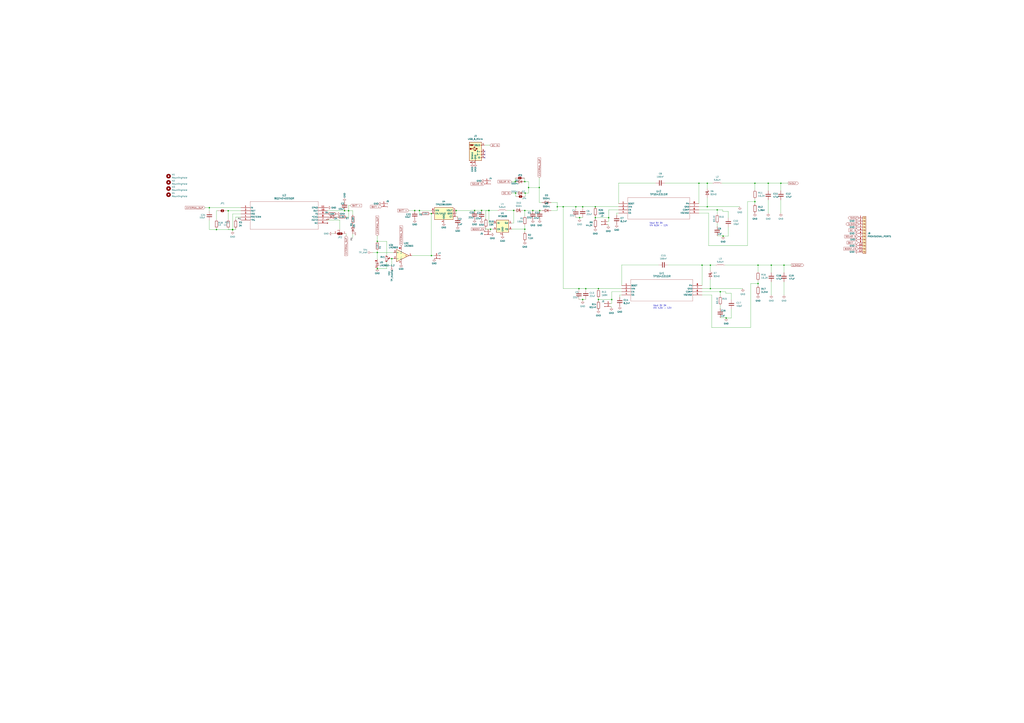
<source format=kicad_sch>
(kicad_sch (version 20231120) (generator "eeschema") (generator_version "8.0")
  (paper "A1")
  (title_block (title "IOT UPS") (rev "1"))
  (junction (at 596.3937 261.366))
  (junction (at 423.418 158.6861))
  (junction (at 191.008 188.6975))
  (junction (at 171.958 170.688))
  (junction (at 580.898 169.926))
  (junction (at 431.038 188.4041))
  (junction (at 443.23 172.974))
  (junction (at 478.536 246.126))
  (junction (at 580.898 150.622))
  (junction (at 462.534 169.926))
  (junction (at 457.708 169.926))
  (junction (at 402.844 188.4041))
  (junction (at 187.452 173.228))
  (junction (at 472.948 169.926))
  (junction (at 431.038 149.2881))
  (junction (at 576.58 217.932))
  (junction (at 622.554 217.932))
  (junction (at 431.292 158.6861))
  (junction (at 282.956 173.228))
  (junction (at 633.476 217.932))
  (junction (at 478.536 169.926))
  (junction (at 591.566 239.776))
  (junction (at 491.49 246.1983))
  (junction (at 434.086 154.1141))
  (junction (at 481.076 237.236))
  (junction (at 309.88 198.374))
  (junction (at 191.008 188.7596))
  (junction (at 321.818 212.598))
  (junction (at 488.95 169.926))
  (junction (at 423.164 149.2881))
  (junction (at 641.35 150.622))
  (junction (at 583.438 217.932))
  (junction (at 589.026 172.466))
  (junction (at 374.65 172.9899))
  (junction (at 344.4871 172.974))
  (junction (at 437.642 172.974))
  (junction (at 583.438 237.236))
  (junction (at 475.488 237.236))
  (junction (at 622.554 233.0306))
  (junction (at 340.614 172.974))
  (junction (at 286.258 173.228))
  (junction (at 620.014 165.7206))
  (junction (at 502.412 246.1983))
  (junction (at 395.478 172.9101))
  (junction (at 491.49 237.236))
  (junction (at 574.04 150.622))
  (junction (at 401.574 172.9101))
  (junction (at 309.88 220.726))
  (junction (at 354.33 210.058))
  (junction (at 499.872 178.8883))
  (junction (at 421.894 172.9101))
  (junction (at 442.9096 154.1141))
  (junction (at 630.936 150.622))
  (junction (at 354.33 175.514))
  (junction (at 593.8537 194.056))
  (junction (at 389.7594 172.9101))
  (junction (at 401.574 172.9677))
  (junction (at 309.88 207.518))
  (junction (at 177.8 188.7038))
  (junction (at 191.008 188.7038))
  (junction (at 431.038 172.974))
  (junction (at 620.014 150.622))
  (junction (at 475.996 178.816))
  (junction (at 488.95 178.8883))
  (junction (at 643.89 217.932))
  (no_connect (at 398.018 127))
  (no_connect (at 398.018 129.54))
  (no_connect (at 398.018 124.46))
  (wire (pts (xy 596.3937 261.112) (xy 596.3937 261.366)))
  (wire (pts (xy 501.396 251.968) (xy 502.158 251.968)))
  (wire (pts (xy 478.536 178.816) (xy 478.536 178.562)))
  (wire (pts (xy 395.478 173.228) (xy 395.478 172.9101)))
  (wire (pts (xy 510.54 242.316) (xy 509.016 242.316)))
  (wire (pts (xy 442.9096 166.37) (xy 442.9096 154.1141)))
  (wire (pts (xy 399.034 179.578) (xy 399.034 172.9677)))
  (wire (pts (xy 600.71 254) (xy 600.71 261.366)))
  (wire (pts (xy 389.7594 172.9101) (xy 395.478 172.9101)))
  (wire (pts (xy 420.37 183.3241) (xy 421.894 183.3241)))
  (wire (pts (xy 499.872 172.466) (xy 499.872 178.8883)))
  (wire (pts (xy 402.844 188.4041) (xy 405.13 188.4041)))
  (wire (pts (xy 340.614 172.974) (xy 344.4871 172.974)))
  (wire (pts (xy 323.088 207.518) (xy 309.88 207.518)))
  (wire (pts (xy 431.292 161.544) (xy 431.292 158.6861)))
  (wire (pts (xy 499.872 178.8883) (xy 488.95 178.8883)))
  (wire (pts (xy 491.49 237.236) (xy 510.54 237.236)))
  (wire (pts (xy 589.026 172.466) (xy 593.5233 172.466)))
  (wire (pts (xy 171.958 181.102) (xy 171.958 188.7038)))
  (wire (pts (xy 386.588 172.9101) (xy 389.7594 172.9101)))
  (wire (pts (xy 309.88 193.802) (xy 309.88 198.374)))
  (wire (pts (xy 434.086 154.1141) (xy 434.086 158.6861)))
  (wire (pts (xy 374.65 172.9899) (xy 374.65 175.514)))
  (wire (pts (xy 168.402 170.688) (xy 171.958 170.688)))
  (wire (pts (xy 613.918 201.93) (xy 613.918 165.7206)))
  (wire (pts (xy 321.818 218.44) (xy 321.818 212.598)))
  (wire (pts (xy 583.438 229.87) (xy 583.438 237.236)))
  (wire (pts (xy 584.454 269.24) (xy 616.458 269.24)))
  (wire (pts (xy 321.818 212.598) (xy 323.088 212.598)))
  (wire (pts (xy 423.672 158.6861) (xy 423.418 158.6861)))
  (wire (pts (xy 284.734 178.308) (xy 286.258 178.308)))
  (wire (pts (xy 273.05 192.024) (xy 274.066 192.024)))
  (wire (pts (xy 508 150.368) (xy 538.48 150.368)))
  (wire (pts (xy 344.4871 172.974) (xy 354.33 172.974)))
  (wire (pts (xy 491.49 246.1983) (xy 491.49 247.142)))
  (wire (pts (xy 598.17 186.69) (xy 598.17 194.056)))
  (wire (pts (xy 421.894 183.3241) (xy 421.894 172.9101)))
  (wire (pts (xy 284.226 192.024) (xy 284.226 193.802)))
  (wire (pts (xy 386.588 172.9899) (xy 386.588 172.9101)))
  (wire (pts (xy 177.8 180.34) (xy 177.8 173.228)))
  (wire (pts (xy 286.258 178.308) (xy 286.258 173.228)))
  (wire (pts (xy 576.58 242.316) (xy 584.454 242.316)))
  (wire (pts (xy 353.314 175.514) (xy 354.33 175.514)))
  (wire (pts (xy 423.164 146.304) (xy 423.164 149.2881)))
  (wire (pts (xy 584.454 242.316) (xy 584.454 269.24)))
  (wire (pts (xy 591.566 250.952) (xy 591.566 253.492)))
  (wire (pts (xy 279.146 188.214) (xy 279.146 180.848)))
  (wire (pts (xy 171.958 170.688) (xy 197.866 170.688)))
  (wire (pts (xy 306.324 207.518) (xy 309.88 207.518)))
  (wire (pts (xy 574.04 172.466) (xy 589.026 172.466)))
  (wire (pts (xy 641.35 164.338) (xy 641.35 175.26)))
  (wire (pts (xy 510.54 217.678) (xy 541.02 217.678)))
  (wire (pts (xy 596.392 261.366) (xy 596.3937 261.366)))
  (wire (pts (xy 593.852 194.056) (xy 593.8537 194.056)))
  (wire (pts (xy 191.008 188.6975) (xy 191.008 188.7038)))
  (wire (pts (xy 508 175.006) (xy 506.476 175.006)))
  (wire (pts (xy 491.49 245.11) (xy 491.49 246.1983)))
  (wire (pts (xy 481.076 246.126) (xy 481.076 245.872)))
  (wire (pts (xy 402.844 190.246) (xy 402.844 188.4041)))
  (wire (pts (xy 443.23 172.974) (xy 445.008 172.974)))
  (wire (pts (xy 593.8537 194.056) (xy 598.17 194.056)))
  (wire (pts (xy 282.956 173.228) (xy 286.258 173.228)))
  (wire (pts (xy 276.606 178.308) (xy 277.114 178.308)))
  (wire (pts (xy 191.008 188.6975) (xy 193.548 188.6975)))
  (wire (pts (xy 596.0633 239.776) (xy 596.0633 241.046)))
  (wire (pts (xy 431.038 172.974) (xy 431.038 177.4821)))
  (wire (pts (xy 191.008 188.7038) (xy 191.008 188.7596)))
  (wire (pts (xy 472.948 178.816) (xy 475.996 178.816)))
  (wire (pts (xy 576.58 217.678) (xy 576.58 217.932)))
  (wire (pts (xy 401.574 183.3241) (xy 401.574 172.9677)))
  (wire (pts (xy 317.754 198.374) (xy 309.88 198.374)))
  (wire (pts (xy 580.898 162.56) (xy 580.898 169.926)))
  (wire (pts (xy 457.708 169.926) (xy 462.534 169.926)))
  (wire (pts (xy 598.17 179.07) (xy 598.17 173.736)))
  (wire (pts (xy 580.898 169.926) (xy 607.568 169.926)))
  (wire (pts (xy 502.412 249.428) (xy 502.412 246.1983)))
  (wire (pts (xy 430.784 149.2881) (xy 431.038 149.2881)))
  (wire (pts (xy 434.086 154.1141) (xy 442.9096 154.1141)))
  (wire (pts (xy 374.65 172.9899) (xy 386.588 172.9899)))
  (wire (pts (xy 354.33 210.058) (xy 356.6106 210.058)))
  (wire (pts (xy 395.478 172.9101) (xy 401.574 172.9101)))
  (wire (pts (xy 462.534 169.926) (xy 472.948 169.926)))
  (wire (pts (xy 317.754 210.058) (xy 317.754 198.374)))
  (wire (pts (xy 502.412 246.1983) (xy 491.49 246.1983)))
  (wire (pts (xy 574.04 150.622) (xy 574.04 167.386)))
  (wire (pts (xy 576.58 217.932) (xy 583.438 217.932)))
  (wire (pts (xy 622.554 233.0306) (xy 622.554 234.95)))
  (wire (pts (xy 589.026 172.466) (xy 589.026 176.022)))
  (wire (pts (xy 580.898 150.622) (xy 585.216 150.622)))
  (wire (pts (xy 478.536 246.126) (xy 481.076 246.126)))
  (wire (pts (xy 475.488 237.236) (xy 475.488 238.506)))
  (wire (pts (xy 191.008 188.7596) (xy 191.008 189.992)))
  (wire (pts (xy 583.438 222.25) (xy 583.438 217.932)))
  (wire (pts (xy 375.92 178.054) (xy 375.92 178.308)))
  (wire (pts (xy 197.866 175.768) (xy 191.008 175.768)))
  (wire (pts (xy 420.37 188.4041) (xy 431.038 188.4041)))
  (wire (pts (xy 286.258 168.91) (xy 286.258 173.228)))
  (wire (pts (xy 583.438 237.236) (xy 576.58 237.236)))
  (wire (pts (xy 591.566 261.112) (xy 596.3937 261.112)))
  (wire (pts (xy 498.856 184.658) (xy 499.618 184.658)))
  (wire (pts (xy 431.038 172.974) (xy 437.642 172.974)))
  (wire (pts (xy 499.872 182.118) (xy 499.872 178.8883)))
  (wire (pts (xy 452.628 166.37) (xy 457.708 166.37)))
  (wire (pts (xy 643.89 224.028) (xy 643.89 217.932)))
  (wire (pts (xy 431.038 188.4041) (xy 431.038 190.6901)))
  (wire (pts (xy 193.548 178.308) (xy 193.548 180.34)))
  (wire (pts (xy 580.898 169.926) (xy 574.04 169.926)))
  (wire (pts (xy 429.514 172.9101) (xy 431.038 172.9101)))
  (wire (pts (xy 289.814 184.658) (xy 289.814 184.15)))
  (wire (pts (xy 399.034 187.198) (xy 399.034 188.4041)))
  (wire (pts (xy 622.554 223.266) (xy 622.554 217.932)))
  (wire (pts (xy 598.17 173.736) (xy 593.5233 173.736)))
  (wire (pts (xy 475.996 179.832) (xy 475.996 178.816)))
  (wire (pts (xy 187.452 187.96) (xy 187.452 188.7596)))
  (wire (pts (xy 431.038 158.6861) (xy 431.292 158.6861)))
  (wire (pts (xy 431.038 185.1021) (xy 431.038 188.4041)))
  (wire (pts (xy 620.014 155.956) (xy 620.014 150.622)))
  (wire (pts (xy 416.306 172.9101) (xy 421.894 172.9101)))
  (wire (pts (xy 289.814 173.228) (xy 289.814 176.53)))
  (wire (pts (xy 399.034 172.9677) (xy 401.574 172.9677)))
  (wire (pts (xy 546.1 150.368) (xy 574.04 150.368)))
  (wire (pts (xy 462.534 169.926) (xy 462.534 237.236)))
  (wire (pts (xy 591.566 239.776) (xy 596.0633 239.776)))
  (wire (pts (xy 574.04 150.368) (xy 574.04 150.622)))
  (wire (pts (xy 574.04 175.006) (xy 581.914 175.006)))
  (wire (pts (xy 501.396 249.428) (xy 502.412 249.428)))
  (wire (pts (xy 581.914 201.93) (xy 613.918 201.93)))
  (wire (pts (xy 434.086 149.2881) (xy 434.086 154.1141)))
  (wire (pts (xy 344.4871 175.514) (xy 344.4871 172.974)))
  (wire (pts (xy 437.642 172.974) (xy 443.23 172.974)))
  (wire (pts (xy 499.618 184.658) (xy 499.618 185.42)))
  (wire (pts (xy 633.476 217.932) (xy 643.89 217.932)))
  (wire (pts (xy 442.9096 154.1141) (xy 442.976 154.1141)))
  (wire (pts (xy 481.076 238.252) (xy 481.076 237.236)))
  (wire (pts (xy 171.958 173.482) (xy 171.958 170.688)))
  (wire (pts (xy 401.574 172.9677) (xy 401.574 172.9101)))
  (wire (pts (xy 420.116 158.6861) (xy 423.418 158.6861)))
  (wire (pts (xy 309.88 207.518) (xy 309.88 213.106)))
  (wire (pts (xy 442.976 154.1141) (xy 442.976 146.05)))
  (wire (pts (xy 472.948 169.926) (xy 472.948 171.196)))
  (wire (pts (xy 171.958 188.7038) (xy 177.8 188.7038)))
  (wire (pts (xy 583.438 217.932) (xy 587.756 217.932)))
  (wire (pts (xy 633.476 231.648) (xy 633.476 242.57)))
  (wire (pts (xy 620.014 163.576) (xy 620.014 165.7206)))
  (wire (pts (xy 475.488 237.236) (xy 481.076 237.236)))
  (wire (pts (xy 268.986 173.228) (xy 282.956 173.228)))
  (wire (pts (xy 478.536 169.926) (xy 488.95 169.926)))
  (wire (pts (xy 589.026 193.802) (xy 593.8537 193.802)))
  (wire (pts (xy 630.936 150.622) (xy 641.35 150.622)))
  (wire (pts (xy 616.458 233.0306) (xy 622.554 233.0306)))
  (wire (pts (xy 197.866 178.308) (xy 193.548 178.308)))
  (wire (pts (xy 620.014 150.622) (xy 630.936 150.622)))
  (wire (pts (xy 457.708 166.37) (xy 457.708 169.926)))
  (wire (pts (xy 317.754 215.138) (xy 317.754 220.726)))
  (wire (pts (xy 430.784 146.304) (xy 430.784 149.2881)))
  (wire (pts (xy 488.95 177.8) (xy 488.95 178.8883)))
  (wire (pts (xy 643.89 217.932) (xy 649.986 217.932)))
  (wire (pts (xy 177.8 188.7038) (xy 191.008 188.7038)))
  (wire (pts (xy 374.65 178.054) (xy 375.92 178.054)))
  (wire (pts (xy 374.65 172.974) (xy 374.65 172.9899)))
  (wire (pts (xy 420.116 149.2881) (xy 423.164 149.2881)))
  (wire (pts (xy 641.35 156.718) (xy 641.35 150.622)))
  (wire (pts (xy 423.672 161.544) (xy 423.672 158.6861)))
  (wire (pts (xy 309.88 205.994) (xy 309.88 207.518)))
  (wire (pts (xy 591.566 239.776) (xy 591.566 243.332)))
  (wire (pts (xy 335.788 172.974) (xy 340.614 172.974)))
  (wire (pts (xy 593.8537 193.802) (xy 593.8537 194.056)))
  (wire (pts (xy 457.708 172.974) (xy 457.708 169.926)))
  (wire (pts (xy 345.694 175.514) (xy 344.4871 175.514)))
  (wire (pts (xy 633.476 224.028) (xy 633.476 217.932)))
  (wire (pts (xy 401.574 172.9101) (xy 408.686 172.9101)))
  (wire (pts (xy 423.164 149.2881) (xy 423.418 149.2881)))
  (wire (pts (xy 431.038 172.9101) (xy 431.038 172.974)))
  (wire (pts (xy 478.536 247.142) (xy 478.536 246.126)))
  (wire (pts (xy 289.814 192.278) (xy 289.814 195.072)))
  (wire (pts (xy 502.412 239.776) (xy 502.412 246.1983)))
  (wire (pts (xy 338.328 210.058) (xy 354.33 210.058)))
  (wire (pts (xy 576.58 217.932) (xy 576.58 234.696)))
  (wire (pts (xy 510.54 234.696) (xy 510.54 217.678)))
  (wire (pts (xy 491.49 237.49) (xy 491.49 237.236)))
  (wire (pts (xy 287.782 168.91) (xy 286.258 168.91)))
  (wire (pts (xy 431.292 158.6861) (xy 434.086 158.6861)))
  (wire (pts (xy 593.5233 172.466) (xy 593.5233 173.736)))
  (wire (pts (xy 592.836 150.622) (xy 620.014 150.622)))
  (wire (pts (xy 478.536 170.942) (xy 478.536 169.926)))
  (wire (pts (xy 481.076 237.236) (xy 491.49 237.236)))
  (wire (pts (xy 508 167.386) (xy 508 150.368)))
  (wire (pts (xy 488.95 169.926) (xy 508 169.926)))
  (wire (pts (xy 580.898 154.94) (xy 580.898 150.622)))
  (wire (pts (xy 356.6106 210.058) (xy 356.6106 210.0678)))
  (wire (pts (xy 452.628 172.974) (xy 457.708 172.974)))
  (wire (pts (xy 402.336 119.38) (xy 398.018 119.38)))
  (wire (pts (xy 508 172.466) (xy 499.872 172.466)))
  (wire (pts (xy 186.436 173.228) (xy 187.452 173.228)))
  (wire (pts (xy 279.146 180.848) (xy 268.986 180.848)))
  (wire (pts (xy 286.258 173.228) (xy 289.814 173.228)))
  (wire (pts (xy 506.476 175.006) (xy 506.476 176.784)))
  (wire (pts (xy 596.3937 261.366) (xy 600.71 261.366)))
  (wire (pts (xy 354.33 175.514) (xy 354.33 210.058)))
  (wire (pts (xy 630.936 156.718) (xy 630.936 150.622)))
  (wire (pts (xy 177.8 187.96) (xy 177.8 188.7038)))
  (wire (pts (xy 197.866 173.228) (xy 187.452 173.228)))
  (wire (pts (xy 317.754 220.726) (xy 309.88 220.726)))
  (wire (pts (xy 574.04 150.622) (xy 580.898 150.622)))
  (wire (pts (xy 643.89 231.648) (xy 643.89 242.57)))
  (wire (pts (xy 616.458 269.24) (xy 616.458 233.0306)))
  (wire (pts (xy 399.034 188.4041) (xy 402.844 188.4041)))
  (wire (pts (xy 488.95 178.8883) (xy 488.95 179.832)))
  (wire (pts (xy 502.158 251.968) (xy 502.158 252.73)))
  (wire (pts (xy 510.54 239.776) (xy 502.412 239.776)))
  (wire (pts (xy 177.8 173.228) (xy 178.816 173.228)))
  (wire (pts (xy 187.452 173.228) (xy 187.452 180.34)))
  (wire (pts (xy 475.996 178.816) (xy 478.536 178.816)))
  (wire (pts (xy 472.948 169.926) (xy 478.536 169.926)))
  (wire (pts (xy 431.038 149.2881) (xy 434.086 149.2881)))
  (wire (pts (xy 622.554 217.932) (xy 633.476 217.932)))
  (wire (pts (xy 595.376 217.932) (xy 622.554 217.932)))
  (wire (pts (xy 583.438 237.236) (xy 610.108 237.236)))
  (wire (pts (xy 576.58 239.776) (xy 591.566 239.776)))
  (wire (pts (xy 488.95 169.926) (xy 488.95 170.18)))
  (wire (pts (xy 405.13 183.3241) (xy 401.574 183.3241)))
  (wire (pts (xy 630.936 164.338) (xy 630.936 175.26)))
  (wire (pts (xy 589.026 183.642) (xy 589.026 186.182)))
  (wire (pts (xy 498.856 182.118) (xy 499.872 182.118)))
  (wire (pts (xy 620.014 165.7206) (xy 620.014 167.64)))
  (wire (pts (xy 581.914 175.006) (xy 581.914 201.93)))
  (wire (pts (xy 509.016 242.316) (xy 509.016 244.094)))
  (wire (pts (xy 462.534 237.236) (xy 475.488 237.236)))
  (wire (pts (xy 320.294 212.598) (xy 321.818 212.598)))
  (wire (pts (xy 613.918 165.7206) (xy 620.014 165.7206)))
  (wire (pts (xy 641.35 150.622) (xy 647.446 150.622)))
  (wire (pts (xy 548.64 217.678) (xy 576.58 217.678)))
  (wire (pts (xy 191.008 175.768) (xy 191.008 188.6975)))
  (wire (pts (xy 600.71 246.38) (xy 600.71 241.046)))
  (wire (pts (xy 445.008 166.37) (xy 442.9096 166.37)))
  (wire (pts (xy 187.452 188.7596) (xy 191.008 188.7596)))
  (wire (pts (xy 475.488 246.126) (xy 478.536 246.126)))
  (wire (pts (xy 600.71 241.046) (xy 596.0633 241.046)))
  (wire (pts (xy 622.554 230.886) (xy 622.554 233.0306)))
  (wire (pts (xy 193.548 187.96) (xy 193.548 188.6975)))
  (text "Vout 3V 3A\nVin 4.5V - 12V" (at 536.448 252.222 0) (effects (font (size 1.27 1.27)) (justify left)))
  (text "Vout 5V 3A\nVin 6.5V - 12V" (at 533.4 184.404 0) (effects (font (size 1.27 1.27)) (justify left)))
  (label "PG" (at 197.866 180.848 180))
  (label "PG" (at 289.814 195.072 270))
  (global_label "EXTERNAL_SUP" (shape input) (at 309.88 193.802 90) (property "Intersheetrefs" "${INTERSHEET_REFS}" (effects (hide yes))))
  (global_label "EXTERNAL_SUP" (shape input) (at 284.226 193.802 270) (property "Intersheetrefs" "${INTERSHEET_REFS}" (effects (hide yes))))
  (global_label "DC IN" (shape input) (at 402.336 119.38 0) (property "Intersheetrefs" "${INTERSHEET_REFS}" (effects (hide yes))))
  (global_label "EXTERNAL_SUP" (shape input) (at 442.976 146.05 90) (property "Intersheetrefs" "${INTERSHEET_REFS}" (effects (hide yes))))
  (global_label "BATT +" (shape input) (at 704.85 199.39 180) (property "Intersheetrefs" "${INTERSHEET_REFS}" (effects (hide yes))))
  (global_label "5VOUT" (shape output) (at 704.85 179.07 180) (property "Intersheetrefs" "${INTERSHEET_REFS}" (effects (hide yes))))
  (global_label "SOLAR IN" (shape input) (at 420.116 149.2881 180) (property "Intersheetrefs" "${INTERSHEET_REFS}" (effects (hide yes))))
  (global_label "SOLAR IN" (shape input) (at 398.018 151.13 180) (property "Intersheetrefs" "${INTERSHEET_REFS}" (effects (hide yes))))
  (global_label "DC IN" (shape input) (at 704.85 189.23 180) (property "Intersheetrefs" "${INTERSHEET_REFS}" (effects (hide yes))))
  (global_label "BOOST_EN" (shape input) (at 704.85 204.47 180) (property "Intersheetrefs" "${INTERSHEET_REFS}" (effects (hide yes))))
  (global_label "BATT +" (shape input) (at 335.788 172.974 180) (property "Intersheetrefs" "${INTERSHEET_REFS}" (effects (hide yes))))
  (global_label "BATT +" (shape input) (at 313.436 169.926 180) (property "Intersheetrefs" "${INTERSHEET_REFS}" (effects (hide yes))))
  (global_label "DC IN" (shape input) (at 420.116 158.6861 180) (property "Intersheetrefs" "${INTERSHEET_REFS}" (effects (hide yes))))
  (global_label "3.3VOUT" (shape output) (at 649.986 217.932 0) (property "Intersheetrefs" "${INTERSHEET_REFS}" (effects (hide yes))))
  (global_label "5VOUT" (shape output) (at 647.446 150.622 0) (property "Intersheetrefs" "${INTERSHEET_REFS}" (effects (hide yes))))
  (global_label "EXTERNAL_SUP" (shape input) (at 168.402 170.688 180) (property "Intersheetrefs" "${INTERSHEET_REFS}" (effects (hide yes))))
  (global_label "EXTERNAL_SUP" (shape input) (at 329.438 201.93 90) (property "Intersheetrefs" "${INTERSHEET_REFS}" (effects (hide yes))))
  (global_label "BOOST_EN" (shape input) (at 399.034 188.4041 180) (property "Intersheetrefs" "${INTERSHEET_REFS}" (effects (hide yes))))
  (global_label "3.3VOUT" (shape output) (at 704.85 184.15 180) (property "Intersheetrefs" "${INTERSHEET_REFS}" (effects (hide yes))))
  (global_label "SOLAR IN" (shape input) (at 704.85 194.31 180) (property "Intersheetrefs" "${INTERSHEET_REFS}" (effects (hide yes))))
  (global_label "BATT +" (shape input) (at 287.782 168.91 0) (property "Intersheetrefs" "${INTERSHEET_REFS}" (effects (hide yes))))
  (symbol (lib_id "Connector:TestPoint") (at 321.818 218.44 180) (unit 1)
    (property "Reference" "TP2" (at 319.786 224.79 90))
    (property "Value" "TP_Vcomp" (at 321.818 226.568 90))
    (property "Footprint" "TestPoint:TestPoint_Keystone_5005-5009_Compact" (effects (hide yes)))
    (property "Description" "test point" (effects (hide yes)))
  )
  (symbol (lib_id "power:GND") (at 643.89 242.57 0) (unit 1)
    (property "Reference" "#PWR028" (effects (hide yes)))
    (property "Value" "GND" (at 643.89 247.142 0))
    (property "Description" "Power symbol creates a global label with name \"GND\" , ground" (effects (hide yes)))
  )
  (symbol (lib_id "Device:C") (at 506.476 180.594 0) (unit 1)
    (property "Reference" "C7" (at 509.524 179.3239 0) (effects (justify left)))
    (property "Value" "8.2nF" (at 509.524 181.8639 0) (effects (justify left)))
    (property "Footprint" "Capacitor_SMD:C_0603_1608Metric_Pad1.08x0.95mm_HandSolder" (effects (hide yes)))
    (property "Description" "Unpolarized capacitor" (effects (hide yes)))
    (property "LCSC" "C1322360" (effects (hide yes)))
  )
  (symbol (lib_id "Device:C") (at 472.948 175.006 0) (unit 1)
    (property "Reference" "C4" (at 469.9 172.974 0) (effects (justify left)))
    (property "Value" "22uF" (at 467.868 177.038 0) (effects (justify left)))
    (property "Footprint" "Capacitor_SMD:C_0805_2012Metric_Pad1.18x1.45mm_HandSolder" (effects (hide yes)))
    (property "Description" "Unpolarized capacitor" (effects (hide yes)))
    (property "LCSC" "C45783" (effects (hide yes)))
  )
  (symbol (lib_id "Device:R") (at 431.038 181.2921 0) (unit 1)
    (property "Reference" "R1" (at 427.228 179.578 0) (effects (justify left)))
    (property "Value" "100K" (at 424.688 182.118 0) (effects (justify left)))
    (property "Footprint" "Resistor_SMD:R_0603_1608Metric_Pad0.98x0.95mm_HandSolder" (effects (hide yes)))
    (property "Description" "Resistor" (effects (hide yes)))
    (property "LCSC" "C25803" (effects (hide yes)))
  )
  (symbol (lib_id "power:GND") (at 704.85 181.61 270) (unit 1)
    (property "Reference" "#PWR043" (effects (hide yes)))
    (property "Value" "GND" (at 699.77 181.61 90))
    (property "Description" "Power symbol creates a global label with name \"GND\" , ground" (effects (hide yes)))
  )
  (symbol (lib_id "Comparator:LM2903") (at 331.978 209.55 0) (unit 3)
    (property "Reference" "U3" (at 331.724 199.898 0) (effects (justify left)))
    (property "Value" "LM2903" (at 331.978 202.184 0) (effects (justify left)))
    (property "Footprint" "Package_SO:SOIC-8_3.9x4.9mm_P1.27mm" (effects (hide yes)))
    (property "Datasheet" "http://www.ti.com/lit/ds/symlink/lm393.pdf" (effects (hide yes)))
    (property "Description" "Low-Power, Low-Offset Voltage, Dual Comparators, DIP-8/SOIC-8/SOP-8/TSSOP-8/VSSOP-8" (effects (hide yes)))
    (property "LCSC" "C7549" (effects (hide yes)))
  )
  (symbol (lib_id "Power_Management:TPS22810DRV") (at 364.49 175.514 0) (unit 1)
    (property "Reference" "U4" (at 364.49 165.608 0))
    (property "Value" "TPS22810DRV" (at 364.49 168.148 0))
    (property "Footprint" "Package_SON:WSON-6-1EP_2x2mm_P0.65mm_EP1x1.6mm" (effects (hide yes)))
    (property "Datasheet" "http://www.ti.com/lit/ds/symlink/tps22810.pdf" (effects (hide yes)))
    (property "Description" "2.7-18V, 79mohms On-Resistance Load Switch With Thermal Protection, WSON-6" (effects (hide yes)))
    (property "LCSC" "C205990" (effects (hide yes)))
  )
  (symbol (lib_id "Device:R") (at 589.026 179.832 0) (unit 1)
    (property "Reference" "R10" (at 590.55 178.308 0) (effects (justify left)))
    (property "Value" "60.4K" (at 586.486 182.626 90) (effects (justify left)))
    (property "Footprint" "Resistor_SMD:R_0603_1608Metric_Pad0.98x0.95mm_HandSolder" (effects (hide yes)))
    (property "Description" "Resistor" (effects (hide yes)))
    (property "LCSC" "C2933245" (effects (hide yes)))
  )
  (symbol (lib_id "Connector:Conn_01x02_Socket") (at 403.098 148.59 0) (unit 1)
    (property "Reference" "J4" (at 402.844 146.558 0))
    (property "Value" "Conn_01x02_Socket" (effects (hide yes)))
    (property "Footprint" "Connector_JST:JST_EH_S2B-EH_1x02_P2.50mm_Horizontal" (effects (hide yes)))
    (property "Description" "Generic connector, single row, 01x02, script generated" (effects (hide yes)))
  )
  (symbol (lib_id "Connector:USB_B_Micro") (at 390.398 124.46 0) (unit 1)
    (property "Reference" "J3" (at 390.398 111.76 0))
    (property "Value" "USB_B_Micro" (at 390.398 114.3 0))
    (property "Footprint" "Connector_USB:USB_Micro-B_Molex-105017-0001" (effects (hide yes)))
    (property "Datasheet" "https://datasheet.lcsc.com/lcsc/1811131826_MOLEX-475890001_C114094.pdf" (effects (hide yes)))
    (property "LCSC" "C404969" (effects (hide yes)))
  )
  (symbol (lib_id "Device:D") (at 448.818 166.37 180) (unit 1)
    (property "Reference" "D3" (at 448.818 160.528 0))
    (property "Value" "SS54L" (at 448.818 163.068 0))
    (property "Footprint" "Diode_SMD:D_SMB_Handsoldering" (effects (hide yes)))
    (property "Description" "Diode" (effects (hide yes)))
    (property "Sim.Device" "D" (effects (hide yes)))
    (property "Sim.Pins" "1=K 2=A" (effects (hide yes)))
    (property "LCSC" "C432138" (effects (hide yes)))
  )
  (symbol (lib_id "power:GND") (at 622.554 242.57 0) (unit 1)
    (property "Reference" "#PWR021" (effects (hide yes)))
    (property "Value" "GND" (at 622.554 247.142 0))
    (property "Description" "Power symbol creates a global label with name \"GND\" , ground" (effects (hide yes)))
  )
  (symbol (lib_id "Device:C") (at 395.478 177.038 0) (unit 1)
    (property "Reference" "C21" (at 391.5446 175.0699 0) (effects (justify left)))
    (property "Value" "22uF" (at 390.5286 179.3879 0) (effects (justify left)))
    (property "Footprint" "Capacitor_SMD:C_0805_2012Metric_Pad1.18x1.45mm_HandSolder" (effects (hide yes)))
    (property "Description" "Unpolarized capacitor" (effects (hide yes)))
    (property "LCSC" "C45783" (effects (hide yes)))
  )
  (symbol (lib_id "Jumper:SolderJumper_2_Open") (at 182.626 173.228 180) (unit 1) (exclude_from_sim yes) (in_bom no)
    (property "Reference" "JP1" (at 182.626 167.132 0))
    (property "Value" "SolderJumper_2_Open" (effects (hide yes)))
    (property "Footprint" "Jumper:SolderJumper-2_P1.3mm_Open_RoundedPad1.0x1.5mm" (effects (hide yes)))
    (property "Description" "Solder Jumper, 2-pole, open" (effects (hide yes)))
  )
  (symbol (lib_id "power:GND") (at 276.606 175.768 90) (unit 1)
    (property "Reference" "#PWR07" (effects (hide yes)))
    (property "Value" "GND" (at 279.146 175.768 90) (effects (justify right)))
    (property "Description" "Power symbol creates a global label with name \"GND\" , ground" (effects (hide yes)))
  )
  (symbol (lib_id "power:GND") (at 509.016 251.714 0) (unit 1)
    (property "Reference" "#PWR018" (effects (hide yes)))
    (property "Value" "GND" (at 509.016 256.286 0))
    (property "Description" "Power symbol creates a global label with name \"GND\" , ground" (effects (hide yes)))
  )
  (symbol (lib_id "Device:C") (at 643.89 227.838 180) (unit 1)
    (property "Reference" "C19" (at 647.954 226.5679 0) (effects (justify right)))
    (property "Value" "47uF" (at 647.954 229.1079 0) (effects (justify right)))
    (property "Footprint" "Capacitor_SMD:C_1210_3225Metric_Pad1.33x2.70mm_HandSolder" (effects (hide yes)))
    (property "Description" "Unpolarized capacitor" (effects (hide yes)))
    (property "LCSC" "C77101" (effects (hide yes)))
  )
  (symbol (lib_id "power:GND") (at 375.92 185.928 0) (unit 1)
    (property "Reference" "#PWR031" (effects (hide yes)))
    (property "Value" "GND" (at 375.92 189.8019 0))
    (property "Description" "Power symbol creates a global label with name \"GND\" , ground" (effects (hide yes)))
  )
  (symbol (lib_id "power:GND") (at 364.49 183.134 0) (unit 1)
    (property "Reference" "#PWR032" (effects (hide yes)))
    (property "Value" "GND" (at 364.49 187.0079 0))
    (property "Description" "Power symbol creates a global label with name \"GND\" , ground" (effects (hide yes)))
  )
  (symbol (lib_id "power:GND") (at 593.852 194.056 0) (unit 1)
    (property "Reference" "#PWR012" (effects (hide yes)))
    (property "Value" "GND" (at 593.852 198.628 0))
    (property "Description" "Power symbol creates a global label with name \"GND\" , ground" (effects (hide yes)))
  )
  (symbol (lib_id "power:GND") (at 313.436 167.386 270) (unit 1)
    (property "Reference" "#PWR039" (effects (hide yes)))
    (property "Value" "GND" (at 310.896 167.386 90) (effects (justify right)))
    (property "Description" "Power symbol creates a global label with name \"GND\" , ground" (effects (hide yes)))
  )
  (symbol (lib_id "power:GND") (at 412.75 193.4841 0) (unit 1)
    (property "Reference" "#PWR01" (effects (hide yes)))
    (property "Value" "GND" (at 412.75 198.0561 0))
    (property "Description" "Power symbol creates a global label with name \"GND\" , ground" (effects (hide yes)))
  )
  (symbol (lib_id "power:GND") (at 704.85 191.77 270) (unit 1)
    (property "Reference" "#PWR045" (effects (hide yes)))
    (property "Value" "GND" (at 699.77 191.77 90))
    (property "Description" "Power symbol creates a global label with name \"GND\" , ground" (effects (hide yes)))
  )
  (symbol (lib_id "Mechanical:MountingHole") (at 138.43 154.94 0) (unit 1) (exclude_from_sim yes) (in_bom no)
    (property "Reference" "H3" (at 140.97 153.6699 0) (effects (justify left)))
    (property "Value" "MountingHole" (at 140.97 156.2099 0) (effects (justify left)))
    (property "Footprint" "MountingHole:MountingHole_3.2mm_M3" (effects (hide yes)))
    (property "Description" "Mounting Hole without connection" (effects (hide yes)))
  )
  (symbol (lib_id "Connector:Conn_01x02_Pin") (at 496.316 249.428 0) (unit 1)
    (property "Reference" "J1" (at 495.3 247.65 0))
    (property "Value" "Conn_01x02_Pin" (effects (hide yes)))
    (property "Footprint" "Connector_PinHeader_2.54mm:PinHeader_1x02_P2.54mm_Vertical" (effects (hide yes)))
    (property "Description" "Generic connector, single row, 01x02, script generated" (effects (hide yes)))
  )
  (symbol (lib_id "power:GND") (at 356.6106 212.6078 0) (unit 1)
    (property "Reference" "#PWR040" (effects (hide yes)))
    (property "Value" "GND" (at 356.6106 216.4817 0))
    (property "Description" "Power symbol creates a global label with name \"GND\" , ground" (effects (hide yes)))
  )
  (symbol (lib_id "Diode:B340") (at 580.898 158.75 270) (unit 1)
    (property "Reference" "D6" (at 583.438 157.1624 90) (effects (justify left)))
    (property "Value" "B340" (at 583.438 159.7024 90) (effects (justify left)))
    (property "Footprint" "Diode_SMD:D_SMA_Handsoldering" (effects (hide yes)))
    (property "Datasheet" "http://www.jameco.com/Jameco/Products/ProdDS/1538777.pdf" (effects (hide yes)))
    (property "Description" "40V 3A Schottky Barrier Rectifier Diode, SMC" (effects (hide yes)))
    (property "LCSC" "C17101" (effects (hide yes)))
  )
  (symbol (lib_id "Device:L") (at 412.496 172.9101 90) (unit 1)
    (property "Reference" "L4" (at 412.496 167.5761 90))
    (property "Value" "5.6uH" (at 412.496 170.1161 90))
    (property "Footprint" "Inductor_SMD:L_Sunlord_MWSA0603S" (effects (hide yes)))
    (property "Description" "Inductor" (effects (hide yes)))
    (property "LCSC" "C408448" (effects (hide yes)))
  )
  (symbol (lib_id "2024-09-10_13-19-56:BQ24040DSQR") (at 197.866 170.688 0) (unit 1)
    (property "Reference" "U2" (at 233.426 160.528 0) (effects (font (size 1.524 1.524))))
    (property "Value" "BQ24040DSQR" (at 233.426 163.068 0) (effects (font (size 1.524 1.524))))
    (property "Footprint" "BQ24040DSQR:DSQ10_P9X1P5" (effects (hide yes)))
    (property "Datasheet" "BQ24040DSQR" (effects (hide yes)))
    (property "LCSC" " C81080" (effects (hide yes)))
  )
  (symbol (lib_id "Device:R") (at 488.95 183.642 0) (unit 1)
    (property "Reference" "R9" (at 484.124 182.88 0) (effects (justify left)))
    (property "Value" "44.2K" (at 481.076 185.166 0) (effects (justify left)))
    (property "Footprint" "Resistor_SMD:R_0603_1608Metric_Pad0.98x0.95mm_HandSolder" (effects (hide yes)))
    (property "Description" "Resistor" (effects (hide yes)))
    (property "LCSC" "C23056" (effects (hide yes)))
  )
  (symbol (lib_id "Mechanical:MountingHole") (at 138.43 160.02 0) (unit 1) (exclude_from_sim yes) (in_bom no)
    (property "Reference" "H4" (at 140.97 158.7499 0) (effects (justify left)))
    (property "Value" "MountingHole" (at 140.97 161.2899 0) (effects (justify left)))
    (property "Footprint" "MountingHole:MountingHole_3.2mm_M3" (effects (hide yes)))
    (property "Description" "Mounting Hole without connection" (effects (hide yes)))
  )
  (symbol (lib_id "Device:C") (at 630.936 160.528 180) (unit 1)
    (property "Reference" "C11" (at 635 159.2579 0) (effects (justify right)))
    (property "Value" "47uF" (at 635 161.7979 0) (effects (justify right)))
    (property "Footprint" "Capacitor_SMD:C_1210_3225Metric_Pad1.33x2.70mm_HandSolder" (effects (hide yes)))
    (property "Description" "Unpolarized capacitor" (effects (hide yes)))
    (property "LCSC" "C77101" (effects (hide yes)))
  )
  (symbol (lib_id "power:GND") (at 620.014 175.26 0) (unit 1)
    (property "Reference" "#PWR014" (effects (hide yes)))
    (property "Value" "GND" (at 620.014 179.832 0))
    (property "Description" "Power symbol creates a global label with name \"GND\" , ground" (effects (hide yes)))
  )
  (symbol (lib_id "Device:C") (at 282.956 169.418 0) (unit 1)
    (property "Reference" "C3" (at 279.908 167.386 0) (effects (justify left)))
    (property "Value" "10uF" (at 277.876 171.704 0) (effects (justify left)))
    (property "Footprint" "Capacitor_SMD:C_0805_2012Metric_Pad1.18x1.45mm_HandSolder" (effects (hide yes)))
    (property "Description" "Unpolarized capacitor" (effects (hide yes)))
    (property "LCSC" "C15850" (effects (hide yes)))
  )
  (symbol (lib_id "power:GND") (at 630.936 175.26 0) (unit 1)
    (property "Reference" "#PWR025" (effects (hide yes)))
    (property "Value" "GND" (at 630.936 179.832 0))
    (property "Description" "Power symbol creates a global label with name \"GND\" , ground" (effects (hide yes)))
  )
  (symbol (lib_id "power:GND") (at 282.956 165.608 180) (unit 1)
    (property "Reference" "#PWR023" (effects (hide yes)))
    (property "Value" "GND" (at 282.956 162.56 90) (effects (justify right)))
    (property "Description" "Power symbol creates a global label with name \"GND\" , ground" (effects (hide yes)))
  )
  (symbol (lib_id "power:GND") (at 488.95 187.452 0) (unit 1)
    (property "Reference" "#PWR09" (effects (hide yes)))
    (property "Value" "GND" (at 488.95 192.024 0))
    (property "Description" "Power symbol creates a global label with name \"GND\" , ground" (effects (hide yes)))
  )
  (symbol (lib_id "Jumper:SolderJumper_2_Open") (at 427.482 161.544 180) (unit 1) (exclude_from_sim yes) (in_bom no)
    (property "Reference" "JP4" (at 430.53 163.068 0))
    (property "Value" "SolderJumper_2_Open" (effects (hide yes)))
    (property "Footprint" "Jumper:SolderJumper-2_P1.3mm_Open_RoundedPad1.0x1.5mm" (effects (hide yes)))
    (property "Description" "Solder Jumper, 2-pole, open" (effects (hide yes)))
  )
  (symbol (lib_id "power:GND") (at 491.49 254.762 0) (unit 1)
    (property "Reference" "#PWR016" (effects (hide yes)))
    (property "Value" "GND" (at 491.49 259.334 0))
    (property "Description" "Power symbol creates a global label with name \"GND\" , ground" (effects (hide yes)))
  )
  (symbol (lib_id "Device:R") (at 622.554 238.76 0) (unit 1)
    (property "Reference" "R17" (at 625.094 237.4899 0) (effects (justify left)))
    (property "Value" "3.24K" (at 625.094 240.0299 0) (effects (justify left)))
    (property "Footprint" "Resistor_SMD:R_0603_1608Metric_Pad0.98x0.95mm_HandSolder" (effects (hide yes)))
    (property "Description" "Resistor" (effects (hide yes)))
    (property "LCSC" "C22994" (effects (hide yes)))
  )
  (symbol (lib_id "power:GND") (at 309.88 220.726 0) (unit 1)
    (property "Reference" "#PWR034" (effects (hide yes)))
    (property "Value" "GND" (at 309.88 224.5999 0))
    (property "Description" "Power symbol creates a global label with name \"GND\" , ground" (effects (hide yes)))
  )
  (symbol (lib_id "Device:R") (at 193.548 184.15 0) (unit 1)
    (property "Reference" "R3" (at 196.088 182.8799 0) (effects (justify left)))
    (property "Value" "2K" (at 196.088 185.4199 0) (effects (justify left)))
    (property "Footprint" "Resistor_SMD:R_0603_1608Metric_Pad0.98x0.95mm_HandSolder" (effects (hide yes)))
    (property "Description" "Resistor" (effects (hide yes)))
    (property "LCSC" "C22975" (effects (hide yes)))
  )
  (symbol (lib_id "Device:D") (at 427.228 149.2881 180) (unit 1)
    (property "Reference" "D1" (at 424.688 148.336 0))
    (property "Value" "SS54L" (at 422.91 150.876 0))
    (property "Footprint" "Diode_SMD:D_SMB_Handsoldering" (effects (hide yes)))
    (property "Description" "Diode" (effects (hide yes)))
    (property "Sim.Device" "D" (effects (hide yes)))
    (property "Sim.Pins" "1=K 2=A" (effects (hide yes)))
    (property "LCSC" "C432138" (effects (hide yes)))
  )
  (symbol (lib_id "Device:R") (at 272.796 175.768 90) (unit 1)
    (property "Reference" "R4" (at 268.478 174.752 90))
    (property "Value" "10K" (at 272.796 175.768 90))
    (property "Footprint" "Resistor_SMD:R_0603_1608Metric_Pad0.98x0.95mm_HandSolder" (effects (hide yes)))
    (property "Description" "Resistor" (effects (hide yes)))
    (property "LCSC" "C25804" (effects (hide yes)))
  )
  (symbol (lib_id "Device:R") (at 491.49 250.952 0) (unit 1)
    (property "Reference" "R14" (at 485.902 250.19 0) (effects (justify left)))
    (property "Value" "63.4K" (at 484.124 252.476 0) (effects (justify left)))
    (property "Footprint" "Resistor_SMD:R_0603_1608Metric_Pad0.98x0.95mm_HandSolder" (effects (hide yes)))
    (property "Description" "Resistor" (effects (hide yes)))
    (property "LCSC" "C23093" (effects (hide yes)))
  )
  (symbol (lib_id "Reference_Voltage:LM285D-1.2") (at 309.88 216.916 90) (unit 1)
    (property "Reference" "U5" (at 311.912 215.6459 90) (effects (justify right)))
    (property "Value" "LM285D-1.2" (at 311.912 218.1859 90) (effects (justify right)))
    (property "Footprint" "Package_SO:SOIC-8_3.9x4.9mm_P1.27mm" (effects (hide yes)))
    (property "Datasheet" "http://www.onsemi.com/pub_link/Collateral/LM285-D.PDF" (effects (hide yes)))
    (property "Description" "1.235V Micropower Voltage Reference Diodes, SO-8" (effects (hide yes)))
    (property "LCSC" "C5145309" (effects (hide yes)))
  )
  (symbol (lib_id "Device:R") (at 280.924 178.308 270) (unit 1)
    (property "Reference" "R7" (at 285.242 179.578 90))
    (property "Value" "1.5K" (at 280.924 178.308 90))
    (property "Footprint" "Resistor_SMD:R_0603_1608Metric_Pad0.98x0.95mm_HandSolder" (effects (hide yes)))
    (property "Description" "Resistor" (effects (hide yes)))
    (property "LCSC" "C22843" (effects (hide yes)))
  )
  (symbol (lib_id "Device:C") (at 544.83 217.678 90) (unit 1)
    (property "Reference" "C15" (at 544.83 210.058 90))
    (property "Value" "100nF" (at 544.83 212.598 90))
    (property "Footprint" "Capacitor_SMD:C_0201_0603Metric_Pad0.64x0.40mm_HandSolder" (effects (hide yes)))
    (property "Description" "Unpolarized capacitor" (effects (hide yes)))
    (property "LCSC" "C14663" (effects (hide yes)))
  )
  (symbol (lib_id "Device:R") (at 488.95 173.99 0) (unit 1)
    (property "Reference" "R20" (at 491.49 172.7199 0) (effects (justify left)))
    (property "Value" "169K" (at 491.49 175.2599 0) (effects (justify left)))
    (property "Footprint" "Resistor_SMD:R_0603_1608Metric_Pad0.98x0.95mm_HandSolder" (effects (hide yes)))
    (property "Description" "Resistor" (effects (hide yes)))
    (property "LCSC" "C22817" (effects (hide yes)))
  )
  (symbol (lib_id "Comparator:LM2903") (at 330.708 210.058 0) (unit 1)
    (property "Reference" "U3" (at 321.056 201.422 0))
    (property "Value" "LM2903" (at 323.088 203.454 0))
    (property "Footprint" "Package_SO:SOIC-8_3.9x4.9mm_P1.27mm" (effects (hide yes)))
    (property "Datasheet" "http://www.ti.com/lit/ds/symlink/lm393.pdf" (effects (hide yes)))
    (property "Description" "Low-Power, Low-Offset Voltage, Dual Comparators, DIP-8/SOIC-8/SOP-8/TSSOP-8/VSSOP-8" (effects (hide yes)))
    (property "LCSC" "C7549" (effects (hide yes)))
  )
  (symbol (lib_id "power:GND") (at 191.008 189.992 0) (unit 1)
    (property "Reference" "#PWR05" (effects (hide yes)))
    (property "Value" "GND" (at 191.008 194.564 0))
    (property "Description" "Power symbol creates a global label with name \"GND\" , ground" (effects (hide yes)))
  )
  (symbol (lib_id "Device:C") (at 340.614 176.784 0) (unit 1)
    (property "Reference" "C23" (at 333.502 176.276 0) (effects (justify left)))
    (property "Value" "10uF" (at 332.486 178.308 0) (effects (justify left)))
    (property "Footprint" "Capacitor_SMD:C_0805_2012Metric_Pad1.18x1.45mm_HandSolder" (effects (hide yes)))
    (property "Description" "Unpolarized capacitor" (effects (hide yes)))
    (property "LCSC" "C15850" (effects (hide yes)))
  )
  (symbol (lib_id "power:GND") (at 329.438 217.17 0) (unit 1)
    (property "Reference" "#PWR024" (effects (hide yes)))
    (property "Value" "GND" (at 329.438 221.0439 0))
    (property "Description" "Power symbol creates a global label with name \"GND\" , ground" (effects (hide yes)))
  )
  (symbol (lib_id "power:GND") (at 506.476 184.404 0) (unit 1)
    (property "Reference" "#PWR011" (effects (hide yes)))
    (property "Value" "GND" (at 506.476 188.976 0))
    (property "Description" "Power symbol creates a global label with name \"GND\" , ground" (effects (hide yes)))
  )
  (symbol (lib_id "Device:C") (at 478.536 174.752 0) (unit 1)
    (property "Reference" "C6" (at 481.584 173.4819 0) (effects (justify left)))
    (property "Value" "22uF" (at 481.584 176.0219 0) (effects (justify left)))
    (property "Footprint" "Capacitor_SMD:C_0805_2012Metric_Pad1.18x1.45mm_HandSolder" (effects (hide yes)))
    (property "Description" "Unpolarized capacitor" (effects (hide yes)))
    (property "LCSC" "C45783" (effects (hide yes)))
  )
  (symbol (lib_id "Device:C") (at 598.17 182.88 180) (unit 1)
    (property "Reference" "C10" (at 602.234 181.6099 0) (effects (justify right)))
    (property "Value" "10pF" (at 602.234 184.1499 0) (effects (justify right)))
    (property "Footprint" "Capacitor_SMD:C_0603_1608Metric_Pad1.08x0.95mm_HandSolder" (effects (hide yes)))
    (property "Description" "Unpolarized capacitor" (effects (hide yes)))
    (property "LCSC" "C1634" (effects (hide yes)))
  )
  (symbol (lib_id "Device:R") (at 491.49 241.3 0) (unit 1)
    (property "Reference" "R13" (at 494.03 240.0299 0) (effects (justify left)))
    (property "Value" "169K" (at 494.03 242.5699 0) (effects (justify left)))
    (property "Footprint" "Resistor_SMD:R_0603_1608Metric_Pad0.98x0.95mm_HandSolder" (effects (hide yes)))
    (property "Description" "Resistor" (effects (hide yes)))
    (property "LCSC" "C22817" (effects (hide yes)))
  )
  (symbol (lib_id "Connector:TestPoint") (at 306.324 207.518 90) (unit 1)
    (property "Reference" "TP1" (at 299.974 205.486 90))
    (property "Value" "TP_Vref" (at 298.196 207.518 90))
    (property "Footprint" "TestPoint:TestPoint_Keystone_5005-5009_Compact" (effects (hide yes)))
    (property "Description" "test point" (effects (hide yes)))
  )
  (symbol (lib_id "Device:C") (at 641.35 160.528 180) (unit 1)
    (property "Reference" "C12" (at 645.414 159.2579 0) (effects (justify right)))
    (property "Value" "47uF" (at 645.414 161.7979 0) (effects (justify right)))
    (property "Footprint" "Capacitor_SMD:C_1210_3225Metric_Pad1.33x2.70mm_HandSolder" (effects (hide yes)))
    (property "Description" "Unpolarized capacitor" (effects (hide yes)))
    (property "LCSC" "C77101" (effects (hide yes)))
  )
  (symbol (lib_id "power:GND") (at 607.568 169.926 0) (unit 1)
    (property "Reference" "#PWR013" (effects (hide yes)))
    (property "Value" "GND" (at 607.568 174.498 0))
    (property "Description" "Power symbol creates a global label with name \"GND\" , ground" (effects (hide yes)))
  )
  (symbol (lib_id "Connector:Conn_01x02_Pin") (at 397.764 190.246 0) (unit 1)
    (property "Reference" "J5" (at 395.478 192.024 0))
    (property "Value" "Conn_01x02_Pin" (effects (hide yes)))
    (property "Footprint" "Connector_PinHeader_2.54mm:PinHeader_1x02_P2.54mm_Vertical" (effects (hide yes)))
    (property "Description" "Generic connector, single row, 01x02, script generated" (effects (hide yes)))
  )
  (symbol (lib_id "Device:R_Potentiometer_Small") (at 317.754 212.598 0) (unit 1)
    (property "Reference" "RV1" (at 316.23 211.3279 0) (effects (justify right)))
    (property "Value" "R_Potentiometer_Small" (effects (hide yes)))
    (property "Footprint" "3296W:3296W-1-103_BRN" (effects (hide yes)))
    (property "Description" "Potentiometer" (effects (hide yes)))
    (property "LCSC" "C118954" (effects (hide yes)))
  )
  (symbol (lib_id "power:GND") (at 340.614 180.594 0) (unit 1)
    (property "Reference" "#PWR033" (effects (hide yes)))
    (property "Value" "GND" (at 340.614 184.4679 0))
    (property "Description" "Power symbol creates a global label with name \"GND\" , ground" (effects (hide yes)))
  )
  (symbol (lib_id "Device:D") (at 448.818 172.974 180) (unit 1)
    (property "Reference" "D8" (at 448.818 167.132 0))
    (property "Value" "SS54L" (at 448.818 169.672 0))
    (property "Footprint" "Diode_SMD:D_SMB_Handsoldering" (effects (hide yes)))
    (property "Description" "Diode" (effects (hide yes)))
    (property "Sim.Device" "D" (effects (hide yes)))
    (property "Sim.Pins" "1=K 2=A" (effects (hide yes)))
    (property "LCSC" "C432138" (effects (hide yes)))
  )
  (symbol (lib_id "power:GND") (at 437.642 180.594 0) (unit 1)
    (property "Reference" "#PWR030" (effects (hide yes)))
    (property "Value" "GND" (at 437.642 185.166 0))
    (property "Description" "Power symbol creates a global label with name \"GND\" , ground" (effects (hide yes)))
  )
  (symbol (lib_id "power:GND") (at 389.7594 180.5301 0) (unit 1)
    (property "Reference" "#PWR029" (effects (hide yes)))
    (property "Value" "GND" (at 389.7594 184.404 0))
    (property "Description" "Power symbol creates a global label with name \"GND\" , ground" (effects (hide yes)))
  )
  (symbol (lib_id "Device:L") (at 591.566 217.932 90) (unit 1)
    (property "Reference" "L3" (at 591.566 212.598 90))
    (property "Value" "5.6uH" (at 591.566 215.138 90))
    (property "Footprint" "Inductor_SMD:L_Sunlord_MWSA0603S" (effects (hide yes)))
    (property "Description" "Inductor" (effects (hide yes)))
    (property "LCSC" "C408448" (effects (hide yes)))
  )
  (symbol (lib_id "Device:C") (at 375.92 182.118 180) (unit 1)
    (property "Reference" "C2" (at 376.428 180.086 0) (effects (justify right)))
    (property "Value" "1nF" (at 376.174 184.404 0) (effects (justify right)))
    (property "Footprint" "Capacitor_SMD:C_0603_1608Metric_Pad1.08x0.95mm_HandSolder" (effects (hide yes)))
    (property "Description" "Unpolarized capacitor" (effects (hide yes)))
    (property "LCSC" " C100040" (effects (hide yes)))
  )
  (symbol (lib_id "power:GND") (at 641.35 175.26 0) (unit 1)
    (property "Reference" "#PWR026" (effects (hide yes)))
    (property "Value" "GND" (at 641.35 179.832 0))
    (property "Description" "Power symbol creates a global label with name \"GND\" , ground" (effects (hide yes)))
  )
  (symbol (lib_id "Connector:Conn_01x02_Pin") (at 493.776 182.118 0) (unit 1)
    (property "Reference" "J2" (at 494.411 177.546 0))
    (property "Value" "Conn_01x02_Pin" (effects (hide yes)))
    (property "Footprint" "Connector_PinHeader_2.54mm:PinHeader_1x02_P2.54mm_Vertical" (effects (hide yes)))
    (property "Description" "Generic connector, single row, 01x02, script generated" (effects (hide yes)))
  )
  (symbol (lib_id "power:GND") (at 395.478 180.848 0) (unit 1)
    (property "Reference" "#PWR02" (effects (hide yes)))
    (property "Value" "GND" (at 395.478 184.7219 0))
    (property "Description" "Power symbol creates a global label with name \"GND\" , ground" (effects (hide yes)))
  )
  (symbol (lib_id "power:GND") (at 704.85 196.85 270) (unit 1)
    (property "Reference" "#PWR044" (effects (hide yes)))
    (property "Value" "GND" (at 702.31 196.85 90) (effects (justify right)))
    (property "Description" "Power symbol creates a global label with name \"GND\" , ground" (effects (hide yes)))
  )
  (symbol (lib_id "Device:C") (at 591.566 257.302 180) (unit 1)
    (property "Reference" "C16" (at 592.074 255.27 0) (effects (justify right)))
    (property "Value" "1nF" (at 591.82 259.588 0) (effects (justify right)))
    (property "Footprint" "Capacitor_SMD:C_0603_1608Metric_Pad1.08x0.95mm_HandSolder" (effects (hide yes)))
    (property "Description" "Unpolarized capacitor" (effects (hide yes)))
    (property "LCSC" " C100040" (effects (hide yes)))
  )
  (symbol (lib_id "Mechanical:MountingHole") (at 138.43 149.86 0) (unit 1) (exclude_from_sim yes) (in_bom no)
    (property "Reference" "H2" (at 140.97 148.5899 0) (effects (justify left)))
    (property "Value" "MountingHole" (at 140.97 151.1299 0) (effects (justify left)))
    (property "Footprint" "MountingHole:MountingHole_3.2mm_M3" (effects (hide yes)))
    (property "Description" "Mounting Hole without connection" (effects (hide yes)))
  )
  (symbol (lib_id "power:GND") (at 502.158 252.73 0) (unit 1)
    (property "Reference" "#PWR017" (effects (hide yes)))
    (property "Value" "GND" (at 502.158 257.302 0))
    (property "Description" "Power symbol creates a global label with name \"GND\" , ground" (effects (hide yes)))
  )
  (symbol (lib_id "Mechanical:MountingHole") (at 138.43 144.78 0) (unit 1) (exclude_from_sim yes) (in_bom no)
    (property "Reference" "H1" (at 140.97 143.5099 0) (effects (justify left)))
    (property "Value" "MountingHole" (at 140.97 146.0499 0) (effects (justify left)))
    (property "Footprint" "MountingHole:MountingHole_3.2mm_M3" (effects (hide yes)))
    (property "Description" "Mounting Hole without connection" (effects (hide yes)))
  )
  (symbol (lib_id "power:GND") (at 499.618 185.42 0) (unit 1)
    (property "Reference" "#PWR022" (effects (hide yes)))
    (property "Value" "GND" (at 499.618 189.992 0))
    (property "Description" "Power symbol creates a global label with name \"GND\" , ground" (effects (hide yes)))
  )
  (symbol (lib_id "Device:L") (at 589.026 150.622 90) (unit 1)
    (property "Reference" "L2" (at 589.026 145.288 90))
    (property "Value" "5.6uH" (at 589.026 147.828 90))
    (property "Footprint" "Inductor_SMD:L_Sunlord_MWSA0603S" (effects (hide yes)))
    (property "Description" "Inductor" (effects (hide yes)))
    (property "LCSC" "C408448" (effects (hide yes)))
  )
  (symbol (lib_id "Device:R") (at 309.88 202.184 180) (unit 1)
    (property "Reference" "R6" (at 312.166 203.454 90))
    (property "Value" "10K" (at 309.88 202.184 90))
    (property "Footprint" "Resistor_SMD:R_0603_1608Metric_Pad0.98x0.95mm_HandSolder" (effects (hide yes)))
    (property "Description" "Resistor" (effects (hide yes)))
    (property "LCSC" "C25804" (effects (hide yes)))
  )
  (symbol (lib_id "Device:R") (at 431.038 194.5001 0) (unit 1)
    (property "Reference" "R2" (at 433.578 193.23 0) (effects (justify left)))
    (property "Value" "7.5K" (at 433.578 195.77 0) (effects (justify left)))
    (property "Footprint" "Resistor_SMD:R_0603_1608Metric_Pad0.98x0.95mm_HandSolder" (effects (hide yes)))
    (property "Description" "Resistor" (effects (hide yes)))
    (property "LCSC" "C23234" (effects (hide yes)))
  )
  (symbol (lib_id "power:GND") (at 596.392 261.366 0) (unit 1)
    (property "Reference" "#PWR019" (effects (hide yes)))
    (property "Value" "GND" (at 596.392 265.938 0))
    (property "Description" "Power symbol creates a global label with name \"GND\" , ground" (effects (hide yes)))
  )
  (symbol (lib_id "Jumper:SolderJumper_2_Open") (at 426.974 146.304 180) (unit 1) (exclude_from_sim yes) (in_bom no)
    (property "Reference" "JP3" (at 426.974 144.018 0))
    (property "Value" "SolderJumper_2_Open" (effects (hide yes)))
    (property "Footprint" "Jumper:SolderJumper-2_P1.3mm_Open_RoundedPad1.0x1.5mm" (effects (hide yes)))
    (property "Description" "Solder Jumper, 2-pole, open" (effects (hide yes)))
  )
  (symbol (lib_id "power:GND") (at 387.858 134.62 0) (unit 1)
    (property "Reference" "#PWR036" (effects (hide yes)))
    (property "Value" "GND" (at 387.858 137.16 90) (effects (justify right)))
    (property "Description" "Power symbol creates a global label with name \"GND\" , ground" (effects (hide yes)))
  )
  (symbol (lib_id "power:GND") (at 273.05 192.024 270) (unit 1)
    (property "Reference" "#PWR08" (effects (hide yes)))
    (property "Value" "GND" (at 270.002 192.024 90) (effects (justify right)))
    (property "Description" "Power symbol creates a global label with name \"GND\" , ground" (effects (hide yes)))
  )
  (symbol (lib_id "power:GND") (at 704.85 186.69 270) (unit 1)
    (property "Reference" "#PWR041" (effects (hide yes)))
    (property "Value" "GND" (at 699.77 186.69 90))
    (property "Description" "Power symbol creates a global label with name \"GND\" , ground" (effects (hide yes)))
  )
  (symbol (lib_id "Device:C") (at 437.642 176.784 0) (unit 1)
    (property "Reference" "C1" (at 433.4546 174.8159 0) (effects (justify left)))
    (property "Value" "22uF" (at 432.562 178.816 0) (effects (justify left)))
    (property "Footprint" "Capacitor_SMD:C_0805_2012Metric_Pad1.18x1.45mm_HandSolder" (effects (hide yes)))
    (property "Description" "Unpolarized capacitor" (effects (hide yes)))
    (property "LCSC" "C45783" (effects (hide yes)))
  )
  (symbol (lib_id "Device:R") (at 620.014 159.766 0) (unit 1)
    (property "Reference" "R11" (at 622.554 158.4959 0) (effects (justify left)))
    (property "Value" "10.2K" (at 622.554 161.0359 0) (effects (justify left)))
    (property "Footprint" "Resistor_SMD:R_0603_1608Metric_Pad0.98x0.95mm_HandSolder" (effects (hide yes)))
    (property "Description" "Resistor" (effects (hide yes)))
    (property "LCSC" "C22772" (effects (hide yes)))
  )
  (symbol (lib_id "Diode:B340") (at 583.438 226.06 270) (unit 1)
    (property "Reference" "D7" (at 585.978 224.4724 90) (effects (justify left)))
    (property "Value" "B340" (at 585.978 227.0124 90) (effects (justify left)))
    (property "Footprint" "Diode_SMD:D_SMA_Handsoldering" (effects (hide yes)))
    (property "Datasheet" "http://www.jameco.com/Jameco/Products/ProdDS/1538777.pdf" (effects (hide yes)))
    (property "Description" "40V 3A Schottky Barrier Rectifier Diode, SMC" (effects (hide yes)))
    (property "LCSC" "C17101" (effects (hide yes)))
  )
  (symbol (lib_id "power:GND") (at 704.85 201.93 270) (unit 1)
    (property "Reference" "#PWR042" (effects (hide yes)))
    (property "Value" "GND" (at 699.77 201.93 90))
    (property "Description" "Power symbol creates a global label with name \"GND\" , ground" (effects (hide yes)))
  )
  (symbol (lib_id "power:GND") (at 478.536 247.142 0) (unit 1)
    (property "Reference" "#PWR015" (effects (hide yes)))
    (property "Value" "GND" (at 478.536 251.714 0))
    (property "Description" "Power symbol creates a global label with name \"GND\" , ground" (effects (hide yes)))
  )
  (symbol (lib_id "Connector:Screw_Terminal_01x12") (at 709.93 191.77 0) (unit 1)
    (property "Reference" "J8" (at 712.47 191.7699 0) (effects (justify left)))
    (property "Value" "PROVISIONAL_PORTS" (at 712.47 194.3099 0) (effects (justify left)))
    (property "Footprint" "TerminalBlock:TerminalBlock_Xinya_XY308-2.54-12P_1x12_P2.54mm_Horizontal" (effects (hide yes)))
    (property "Description" "Generic screw terminal, single row, 01x12, script generated (kicad-library-utils/schlib/autogen/connector/)" (effects (hide yes)))
  )
  (symbol (lib_id "Device:R") (at 591.566 247.142 0) (unit 1)
    (property "Reference" "R15" (at 593.09 245.618 0) (effects (justify left)))
    (property "Value" "60.4K" (at 589.026 249.936 90) (effects (justify left)))
    (property "Footprint" "Resistor_SMD:R_0603_1608Metric_Pad0.98x0.95mm_HandSolder" (effects (hide yes)))
    (property "Description" "Resistor" (effects (hide yes)))
    (property "LCSC" "C2933245" (effects (hide yes)))
  )
  (symbol (lib_id "2024-09-10_16-37-37:TPS54331DR") (at 510.54 234.696 0) (unit 1)
    (property "Reference" "Ur1" (at 543.56 224.536 0) (effects (font (size 1.524 1.524))))
    (property "Value" "TPS54331DR" (at 543.56 227.076 0) (effects (font (size 1.524 1.524))))
    (property "Footprint" "InnovationCentral:TPS54331" (effects (hide yes)))
    (property "Datasheet" "TPS54331DR" (effects (hide yes)))
    (property "LCSC" "C9865" (effects (hide yes)))
  )
  (symbol (lib_id "power:GND") (at 610.108 237.236 0) (unit 1)
    (property "Reference" "#PWR020" (effects (hide yes)))
    (property "Value" "GND" (at 610.108 241.808 0))
    (property "Description" "Power symbol creates a global label with name \"GND\" , ground" (effects (hide yes)))
  )
  (symbol (lib_id "power:GND") (at 268.986 170.688 90) (unit 1)
    (property "Reference" "#PWR06" (effects (hide yes)))
    (property "Value" "GND" (at 272.034 170.688 90) (effects (justify right)))
    (property "Description" "Power symbol creates a global label with name \"GND\" , ground" (effects (hide yes)))
  )
  (symbol (lib_id "Device:D") (at 427.228 158.6861 180) (unit 1)
    (property "Reference" "D2" (at 430.022 157.48 0))
    (property "Value" "SS54L" (at 422.91 157.48 0))
    (property "Footprint" "Diode_SMD:D_SMB_Handsoldering" (effects (hide yes)))
    (property "Description" "Diode" (effects (hide yes)))
    (property "Sim.Device" "D" (effects (hide yes)))
    (property "Sim.Pins" "1=K 2=A" (effects (hide yes)))
    (property "LCSC" "C432138" (effects (hide yes)))
  )
  (symbol (lib_id "Jumper:SolderJumper_3_Open") (at 279.146 192.024 180) (unit 1) (exclude_from_sim yes) (in_bom no)
    (property "Reference" "JP2" (at 279.146 195.072 0))
    (property "Value" "SolderJumper_3_Open" (effects (hide yes)))
    (property "Footprint" "Jumper:SolderJumper-3_P1.3mm_Open_RoundedPad1.0x1.5mm" (effects (hide yes)))
    (property "Description" "Solder Jumper, 3-pole, open" (effects (hide yes)))
  )
  (symbol (lib_id "Device:C") (at 171.958 177.292 0) (unit 1)
    (property "Reference" "C24" (at 164.846 176.784 0) (effects (justify left)))
    (property "Value" "10uF" (at 163.83 178.816 0) (effects (justify left)))
    (property "Footprint" "Capacitor_SMD:C_0805_2012Metric_Pad1.18x1.45mm_HandSolder" (effects (hide yes)))
    (property "Description" "Unpolarized capacitor" (effects (hide yes)))
    (property "LCSC" "C15850" (effects (hide yes)))
  )
  (symbol (lib_id "Device:C") (at 542.29 150.368 90) (unit 1)
    (property "Reference" "C8" (at 542.29 142.748 90))
    (property "Value" "100nF" (at 542.29 145.288 90))
    (property "Footprint" "Capacitor_SMD:C_0201_0603Metric_Pad0.64x0.40mm_HandSolder" (effects (hide yes)))
    (property "Description" "Unpolarized capacitor" (effects (hide yes)))
    (property "LCSC" "C14663" (effects (hide yes)))
  )
  (symbol (lib_id "Device:R") (at 622.554 227.076 0) (unit 1)
    (property "Reference" "R16" (at 625.094 225.8059 0) (effects (justify left)))
    (property "Value" "10.2K" (at 625.094 228.3459 0) (effects (justify left)))
    (property "Footprint" "Resistor_SMD:R_0603_1608Metric_Pad0.98x0.95mm_HandSolder" (effects (hide yes)))
    (property "Description" "Resistor" (effects (hide yes)))
    (property "LCSC" "C22772" (effects (hide yes)))
  )
  (symbol (lib_id "Device:C") (at 389.7594 176.7201 0) (unit 1)
    (property "Reference" "C20" (at 385.572 174.752 0) (effects (justify left)))
    (property "Value" "22uF" (at 384.6794 178.7521 0) (effects (justify left)))
    (property "Footprint" "Capacitor_SMD:C_0805_2012Metric_Pad1.18x1.45mm_HandSolder" (effects (hide yes)))
    (property "Description" "Unpolarized capacitor" (effects (hide yes)))
    (property "LCSC" "C45783" (effects (hide yes)))
  )
  (symbol (lib_id "Device:R") (at 177.8 184.15 0) (unit 1)
    (property "Reference" "R18" (at 179.07 183.134 0) (effects (justify left)))
    (property "Value" "1K" (at 179.07 184.912 0) (effects (justify left)))
    (property "Footprint" "Resistor_SMD:R_0603_1608Metric_Pad0.98x0.95mm_HandSolder" (effects (hide yes)))
    (property "Description" "Resistor" (effects (hide yes)))
    (property "LCSC" "C21190" (effects (hide yes)))
  )
  (symbol (lib_id "Connector:Conn_01x02_Socket") (at 318.516 167.386 0) (unit 1)
    (property "Reference" "J6" (at 318.262 165.354 0))
    (property "Value" "Conn_01x02_Socket" (effects (hide yes)))
    (property "Footprint" "Connector_JST:JST_EH_S2B-EH_1x02_P2.50mm_Horizontal" (effects (hide yes)))
    (property "Description" "Generic connector, single row, 01x02, script generated" (effects (hide yes)))
  )
  (symbol (lib_id "Device:C") (at 481.076 242.062 0) (unit 1)
    (property "Reference" "C13" (at 484.124 240.7919 0) (effects (justify left)))
    (property "Value" "22uF" (at 484.124 243.3319 0) (effects (justify left)))
    (property "Footprint" "Capacitor_SMD:C_0805_2012Metric_Pad1.18x1.45mm_HandSolder" (effects (hide yes)))
    (property "Description" "Unpolarized capacitor" (effects (hide yes)))
    (property "LCSC" "C45783" (effects (hide yes)))
  )
  (symbol (lib_id "Regulator_Switching:MT3608") (at 412.75 185.8641 0) (unit 1)
    (property "Reference" "U1" (at 412.75 175.1961 0))
    (property "Value" "MT3608" (at 412.75 177.7361 0))
    (property "Footprint" "Package_TO_SOT_SMD:SOT-23-6" (effects (hide yes)))
    (property "Datasheet" "https://wmsc.lcsc.com/wmsc/upload/file/pdf/v2/lcsc/2311081139_XI-AN-Aerosemi-Tech-MT3608B_C19189893.pdf" (effects (hide yes)))
    (property "Description" "High Efficiency 1.2MHz 2A Step Up Converter, 2-24V Vin, 28V Vout, 4A current limit, 1.2MHz, SOT23-6" (effects (hide yes)))
    (property "LCSC" "C19189893" (effects (hide yes)))
  )
  (symbol (lib_id "Device:C") (at 633.476 227.838 180) (unit 1)
    (property "Reference" "C18" (at 637.54 226.5679 0) (effects (justify right)))
    (property "Value" "47uF" (at 637.54 229.1079 0) (effects (justify right)))
    (property "Footprint" "Capacitor_SMD:C_1210_3225Metric_Pad1.33x2.70mm_HandSolder" (effects (hide yes)))
    (property "Description" "Unpolarized capacitor" (effects (hide yes)))
    (property "LCSC" "C77101" (effects (hide yes)))
  )
  (symbol (lib_id "power:GND") (at 633.476 242.57 0) (unit 1)
    (property "Reference" "#PWR027" (effects (hide yes)))
    (property "Value" "GND" (at 633.476 247.142 0))
    (property "Description" "Power symbol creates a global label with name \"GND\" , ground" (effects (hide yes)))
  )
  (symbol (lib_id "Device:LED") (at 289.814 188.468 90) (unit 1)
    (property "Reference" "D5" (at 290.83 185.674 0))
    (property "Value" "PGOOD" (effects (hide yes)))
    (property "Footprint" "LED_SMD:LED_0805_2012Metric_Pad1.15x1.40mm_HandSolder" (effects (hide yes)))
    (property "Description" "Light emitting diode" (effects (hide yes)))
    (property "LCSC" "C2297" (effects (hide yes)))
  )
  (symbol (lib_id "Device:C") (at 589.026 189.992 180) (unit 1)
    (property "Reference" "C9" (at 589.534 187.96 0) (effects (justify right)))
    (property "Value" "1nF" (at 589.28 192.278 0) (effects (justify right)))
    (property "Footprint" "Capacitor_SMD:C_0603_1608Metric_Pad1.08x0.95mm_HandSolder" (effects (hide yes)))
    (property "Description" "Unpolarized capacitor" (effects (hide yes)))
    (property "LCSC" " C100040" (effects (hide yes)))
  )
  (symbol (lib_id "Diode:B340") (at 425.704 172.9101 180) (unit 1)
    (property "Reference" "D10" (at 426.0215 166.8141 0))
    (property "Value" "SS54" (at 426.0215 169.3541 0))
    (property "Footprint" "Diode_SMD:D_SMA_Handsoldering" (effects (hide yes)))
    (property "Datasheet" "http://www.jameco.com/Jameco/Products/ProdDS/1538777.pdf" (effects (hide yes)))
    (property "Description" "40V Independent Type 550mV@5A 5A SMA(DO-214AC) Schottky Diodes ROHS" (effects (hide yes)))
    (property "LCSC" "C22452" (effects (hide yes)))
  )
  (symbol (lib_id "Device:R") (at 349.504 175.514 90) (unit 1)
    (property "Reference" "R8" (at 345.44 176.53 90))
    (property "Value" "10K" (at 349.504 175.514 90))
    (property "Footprint" "Resistor_SMD:R_0603_1608Metric_Pad0.98x0.95mm_HandSolder" (effects (hide yes)))
    (property "Description" "Resistor" (effects (hide yes)))
    (property "LCSC" "C25804" (effects (hide yes)))
  )
  (symbol (lib_id "Device:C") (at 475.488 242.316 0) (unit 1)
    (property "Reference" "C5" (at 472.44 240.284 0) (effects (justify left)))
    (property "Value" "22uF" (at 470.408 244.348 0) (effects (justify left)))
    (property "Footprint" "Capacitor_SMD:C_0805_2012Metric_Pad1.18x1.45mm_HandSolder" (effects (hide yes)))
    (property "Description" "Unpolarized capacitor" (effects (hide yes)))
    (property "LCSC" "C45783" (effects (hide yes)))
  )
  (symbol (lib_id "Connector:Conn_01x02_Pin") (at 361.6906 212.6078 180) (unit 1)
    (property "Reference" "J7" (at 360.8261 208.3156 0))
    (property "Value" "Conn_01x02_Pin" (effects (hide yes)))
    (property "Footprint" "Connector_PinHeader_2.54mm:PinHeader_1x02_P2.54mm_Vertical" (effects (hide yes)))
    (property "Description" "Generic connector, single row, 01x02, script generated" (effects (hide yes)))
  )
  (symbol (lib_id "power:GND") (at 390.398 134.62 0) (unit 1)
    (property "Reference" "#PWR035" (effects (hide yes)))
    (property "Value" "GND" (at 390.398 137.16 90) (effects (justify right)))
    (property "Description" "Power symbol creates a global label with name \"GND\" , ground" (effects (hide yes)))
  )
  (symbol (lib_id "power:GND") (at 475.996 179.832 0) (unit 1)
    (property "Reference" "#PWR010" (effects (hide yes)))
    (property "Value" "GND" (at 475.996 184.404 0))
    (property "Description" "Power symbol creates a global label with name \"GND\" , ground" (effects (hide yes)))
  )
  (symbol (lib_id "Device:R") (at 187.452 184.15 0) (unit 1)
    (property "Reference" "R21" (at 184.658 182.88 0) (effects (justify left)))
    (property "Value" "1K" (at 183.642 184.912 0) (effects (justify left)))
    (property "Footprint" "Resistor_SMD:R_0603_1608Metric_Pad0.98x0.95mm_HandSolder" (effects (hide yes)))
    (property "Description" "Resistor" (effects (hide yes)))
    (property "LCSC" "C21190" (effects (hide yes)))
  )
  (symbol (lib_id "Device:R") (at 399.034 183.388 0) (unit 1)
    (property "Reference" "R19" (at 401.574 182.1179 0) (effects (justify left)))
    (property "Value" "10K" (at 401.574 184.6579 0) (effects (justify left)))
    (property "Footprint" "Resistor_SMD:R_0603_1608Metric_Pad0.98x0.95mm_HandSolder" (effects (hide yes)))
    (property "Description" "Resistor" (effects (hide yes)))
    (property "LCSC" "C25804" (effects (hide yes)))
  )
  (symbol (lib_id "Device:LED") (at 272.796 178.308 0) (unit 1)
    (property "Reference" "D4" (at 275.844 179.578 0))
    (property "Value" "CHG" (effects (hide yes)))
    (property "Footprint" "LED_SMD:LED_0805_2012Metric_Pad1.15x1.40mm_HandSolder" (effects (hide yes)))
    (property "Description" "Light emitting diode" (effects (hide yes)))
    (property "LCSC" "C2286" (effects (hide yes)))
  )
  (symbol (lib_id "Device:R") (at 620.014 171.45 0) (unit 1)
    (property "Reference" "R12" (at 622.554 170.1799 0) (effects (justify left)))
    (property "Value" "1.96K" (at 622.554 172.7199 0) (effects (justify left)))
    (property "Footprint" "Resistor_SMD:R_0603_1608Metric_Pad0.98x0.95mm_HandSolder" (effects (hide yes)))
    (property "Description" "Resistor" (effects (hide yes)))
    (property "LCSC" "C22854" (effects (hide yes)))
  )
  (symbol (lib_id "power:GND") (at 402.844 192.786 90) (unit 1)
    (property "Reference" "#PWR038" (effects (hide yes)))
    (property "Value" "GND" (at 402.336 195.834 90) (effects (justify right)))
    (property "Description" "Power symbol creates a global label with name \"GND\" , ground" (effects (hide yes)))
  )
  (symbol (lib_id "2024-09-10_16-37-37:TPS54331DR") (at 508 167.386 0) (unit 1)
    (property "Reference" "Ur2" (at 541.02 157.226 0) (effects (font (size 1.524 1.524))))
    (property "Value" "TPS54331DR" (at 541.02 159.766 0) (effects (font (size 1.524 1.524))))
    (property "Footprint" "InnovationCentral:TPS54331" (effects (hide yes)))
    (property "Datasheet" "TPS54331DR" (effects (hide yes)))
    (property "LCSC" "C9865" (effects (hide yes)))
  )
  (symbol (lib_id "power:GND") (at 704.85 207.01 270) (unit 1)
    (property "Reference" "#PWR046" (effects (hide yes)))
    (property "Value" "GND" (at 699.77 207.01 90))
    (property "Description" "Power symbol creates a global label with name \"GND\" , ground" (effects (hide yes)))
  )
  (symbol (lib_id "Device:C") (at 443.23 176.784 0) (unit 1)
    (property "Reference" "C22" (at 439.2966 174.8159 0) (effects (justify left)))
    (property "Value" "22uF" (at 438.2806 179.1339 0) (effects (justify left)))
    (property "Footprint" "Capacitor_SMD:C_0805_2012Metric_Pad1.18x1.45mm_HandSolder" (effects (hide yes)))
    (property "Description" "Unpolarized capacitor" (effects (hide yes)))
    (property "LCSC" "C45783" (effects (hide yes)))
  )
  (symbol (lib_id "Device:C") (at 509.016 247.904 0) (unit 1)
    (property "Reference" "C14" (at 512.064 246.6339 0) (effects (justify left)))
    (property "Value" "8.2nF" (at 512.064 249.1739 0) (effects (justify left)))
    (property "Footprint" "Capacitor_SMD:C_0603_1608Metric_Pad1.08x0.95mm_HandSolder" (effects (hide yes)))
    (property "Description" "Unpolarized capacitor" (effects (hide yes)))
    (property "LCSC" "C1322360" (effects (hide yes)))
  )
  (symbol (lib_id "Device:C") (at 600.71 250.19 180) (unit 1)
    (property "Reference" "C17" (at 604.774 248.9199 0) (effects (justify right)))
    (property "Value" "10pF" (at 604.774 251.4599 0) (effects (justify right)))
    (property "Footprint" "Capacitor_SMD:C_0603_1608Metric_Pad1.08x0.95mm_HandSolder" (effects (hide yes)))
    (property "Description" "Unpolarized capacitor" (effects (hide yes)))
    (property "LCSC" "C1634" (effects (hide yes)))
  )
  (symbol (lib_id "power:GND") (at 443.23 180.594 0) (unit 1)
    (property "Reference" "#PWR04" (effects (hide yes)))
    (property "Value" "GND" (at 443.23 185.166 0))
    (property "Description" "Power symbol creates a global label with name \"GND\" , ground" (effects (hide yes)))
  )
  (symbol (lib_id "Device:R") (at 289.814 180.34 180) (unit 1)
    (property "Reference" "R5" (at 288.544 184.658 90))
    (property "Value" "1.5K" (at 289.814 180.34 90))
    (property "Footprint" "Resistor_SMD:R_0603_1608Metric_Pad0.98x0.95mm_HandSolder" (effects (hide yes)))
    (property "Description" "Resistor" (effects (hide yes)))
    (property "LCSC" "C22843" (effects (hide yes)))
  )
  (symbol (lib_id "power:GND") (at 431.038 198.3101 0) (unit 1)
    (property "Reference" "#PWR03" (effects (hide yes)))
    (property "Value" "GND" (at 431.038 202.8821 0))
    (property "Description" "Power symbol creates a global label with name \"GND\" , ground" (effects (hide yes)))
  )
  (symbol (lib_id "power:GND") (at 398.018 148.59 270) (unit 1)
    (property "Reference" "#PWR037" (effects (hide yes)))
    (property "Value" "GND" (at 395.478 148.59 90) (effects (justify right)))
    (property "Description" "Power symbol creates a global label with name \"GND\" , ground" (effects (hide yes)))
  )
)
</source>
